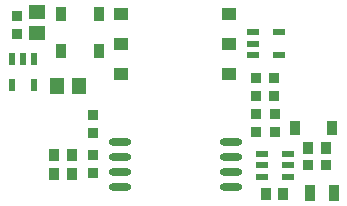
<source format=gbr>
G04 #@! TF.GenerationSoftware,KiCad,Pcbnew,(5.1.0-1152-gc9ccd8a64)*
G04 #@! TF.CreationDate,2019-07-16T08:49:00-04:00*
G04 #@! TF.ProjectId,current_sensor,63757272-656e-4745-9f73-656e736f722e,rev?*
G04 #@! TF.SameCoordinates,Original*
G04 #@! TF.FileFunction,Paste,Top*
G04 #@! TF.FilePolarity,Positive*
%FSLAX46Y46*%
G04 Gerber Fmt 4.6, Leading zero omitted, Abs format (unit mm)*
G04 Created by KiCad (PCBNEW (5.1.0-1152-gc9ccd8a64)) date 2019-07-16 08:49:00*
%MOMM*%
%LPD*%
G04 APERTURE LIST*
%ADD10R,0.900000X1.200000*%
%ADD11R,0.850000X1.000000*%
%ADD12R,0.950000X1.450000*%
%ADD13R,0.900000X0.950000*%
%ADD14R,1.100000X0.600000*%
%ADD15R,1.300000X1.100000*%
%ADD16R,0.950000X0.900000*%
%ADD17R,1.450000X1.150000*%
%ADD18R,1.150000X1.450000*%
%ADD19O,1.950000X0.600000*%
%ADD20R,0.600000X1.100000*%
G04 APERTURE END LIST*
D10*
X150500000Y-76900000D03*
X147300000Y-76900000D03*
D11*
X166150000Y-89000000D03*
X164650000Y-89000000D03*
D12*
X168400000Y-88900000D03*
X170400000Y-88900000D03*
D10*
X167100000Y-83400000D03*
X170300000Y-83400000D03*
D13*
X169750000Y-86600000D03*
X168250000Y-86600000D03*
D14*
X164300000Y-85650000D03*
X164300000Y-87550000D03*
X164300000Y-86600000D03*
X166500000Y-87550000D03*
X166500000Y-85650000D03*
X166500000Y-86600000D03*
D15*
X161570000Y-78840000D03*
X161570000Y-76300000D03*
X161570000Y-73760000D03*
X152430000Y-73760000D03*
X152430000Y-76300000D03*
X152430000Y-78840000D03*
D16*
X163800000Y-82250000D03*
X163800000Y-83750000D03*
X150000000Y-83850000D03*
X150000000Y-82350000D03*
X150000000Y-87250000D03*
X150000000Y-85750000D03*
X143600000Y-75450000D03*
X143600000Y-73950000D03*
D13*
X163850000Y-80700000D03*
X165350000Y-80700000D03*
X165350000Y-79200000D03*
X163850000Y-79200000D03*
D16*
X165400000Y-82250000D03*
X165400000Y-83750000D03*
D17*
X145300000Y-73600000D03*
X145300000Y-75400000D03*
D18*
X147000000Y-79900000D03*
X148800000Y-79900000D03*
D11*
X168250000Y-85100000D03*
X169750000Y-85100000D03*
X148250000Y-87300000D03*
X146750000Y-87300000D03*
X148250000Y-85700000D03*
X146750000Y-85700000D03*
D19*
X152300000Y-84595000D03*
X152300000Y-85865000D03*
X152300000Y-87135000D03*
X152300000Y-88405000D03*
X161700000Y-88405000D03*
X161700000Y-87135000D03*
X161700000Y-85865000D03*
X161700000Y-84595000D03*
D10*
X147300000Y-73800000D03*
X150500000Y-73800000D03*
D20*
X145050000Y-79800000D03*
X143150000Y-79800000D03*
X144100000Y-77600000D03*
X143150000Y-77600000D03*
X145050000Y-77600000D03*
D14*
X163600000Y-75350000D03*
X163600000Y-77250000D03*
X163600000Y-76300000D03*
X165800000Y-77250000D03*
X165800000Y-75350000D03*
M02*

</source>
